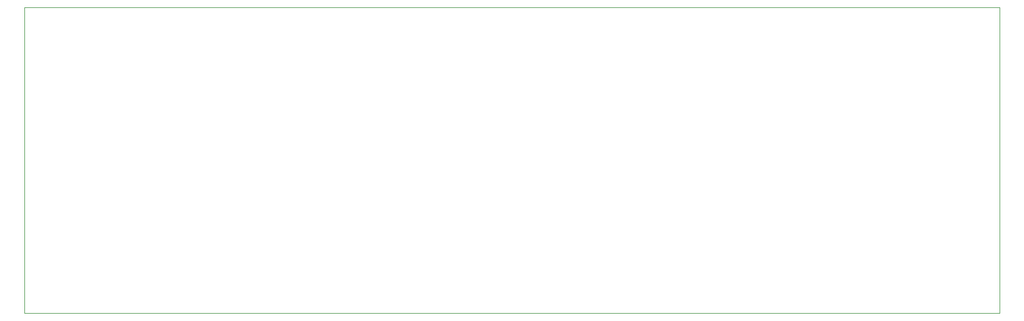
<source format=gbr>
%TF.GenerationSoftware,Altium Limited,Altium Designer,25.8.1 (18)*%
G04 Layer_Color=0*
%FSLAX45Y45*%
%MOMM*%
%TF.SameCoordinates,7B3F40D8-49BE-4A82-B445-1243D3C56F15*%
%TF.FilePolarity,Positive*%
%TF.FileFunction,Profile,NP*%
%TF.Part,Single*%
G01*
G75*
%TA.AperFunction,Profile*%
%ADD110C,0.02540*%
D110*
X2895600Y5664200D02*
X2895600Y10236200D01*
X17437100D01*
X17437100Y5664200D01*
X2895600D01*
%TF.MD5,6326e39478c9dc9349fba6580f92b5c6*%
M02*

</source>
